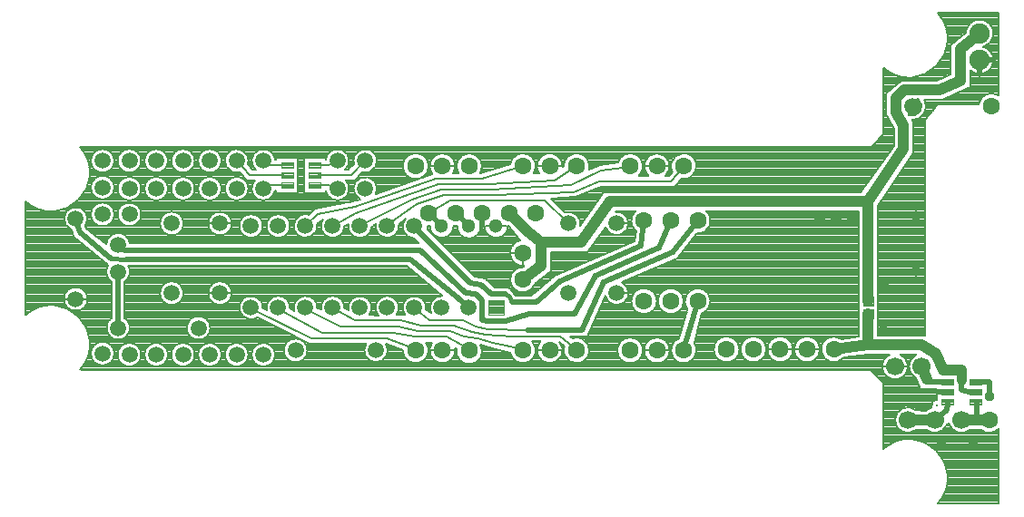
<source format=gbl>
G71*G90*G75*D02*
%ASAXBY*OFA0B0*MOMM*FSLAX43Y43*IPPOS*%
%ADD11C,0.100*%
%ADD12C,0.200*%
%ADD13C,0.300*%
%ADD14C,0.400*%
%ADD15C,0.500*%
%ADD18C,0.900*%
%ADD19C,0.950*%
%ADD20C,1.000*%
%ADD23C,1.300*%
%ADD25C,1.500*%
%ADD26C,1.600*%
%ADD27C,1.700*%
%ADD29C,1.900*%
G54D25*
G01X134250Y100250D03*
X138750D03*
Y93750D03*
X134250D03*
X104640Y100000D03*
X107180D03*
X109720D03*
X112260D03*
X114800D03*
X117340D03*
X119880D03*
G54D23*
X122420D03*
X127500D03*
X124960D03*
G54D25*
Y92380D03*
G54D26*
X130000Y95000D03*
Y97500D03*
G54D25*
X122420Y92380D03*
X119880D03*
X117340D03*
X114800D03*
X112260D03*
X109720D03*
X107180D03*
X104640D03*
X97250Y93750D03*
X101750D03*
X97250Y100250D03*
X101750D03*
X92250Y98251D03*
Y95751D03*
Y90501D03*
X99750D03*
G54D26*
X120000Y88400D03*
X122500D03*
X125000D03*
X130000D03*
X132500D03*
X135000D03*
X140000D03*
X142500D03*
X145000D03*
X120000Y105600D03*
X122500D03*
G54D12*
X121300D02*
X123700D01*
G54D26*
X125000D03*
X130000D03*
X132500D03*
X135000D03*
X140000D03*
X142500D03*
X145000D03*
X131200Y101200D03*
X128700D03*
X126200D03*
X123700D03*
X121200D03*
G54D15*
X123700D02*
X125000Y100000D01*
X121200Y101200D02*
X122500Y100000D01*
G54D26*
X143800Y100500D03*
X141300D03*
G54D29*
X172600Y118000D03*
Y115500D03*
G54D25*
X116300Y88400D03*
X108800D03*
G54D12*
X112500Y92250D02*
X114300Y91200D01*
X120000Y88500D02*
X117300Y89500D01*
X115200D01*
X110300D02*
X104750Y92250D01*
X115200Y89500D02*
X110300D01*
X111300Y90000D02*
X107250Y92250D01*
X117900Y90000D02*
X111300D01*
X109750Y92250D02*
X113000Y90600D01*
G54D20*
X131700Y96300D02*
X130000Y95000D01*
X130400Y99500D02*
X128700Y101200D01*
G54D11*
X126800Y93100D02*
X128200D01*
Y91700D01*
X126800D01*
Y93100D01*
Y93005D02*
X128200D01*
X126800Y92910D02*
X128200D01*
X126800Y92815D02*
X128200D01*
X126800Y92720D02*
X128200D01*
X126800Y92625D02*
X128200D01*
X126800Y92530D02*
X128200D01*
X126800Y92435D02*
X128200D01*
X126800Y92340D02*
X128200D01*
X126800Y92245D02*
X128200D01*
X126800Y92150D02*
X128200D01*
X126800Y92055D02*
X128200D01*
X126800Y91960D02*
X128200D01*
X126800Y91865D02*
X128200D01*
X126800Y91770D02*
X128200D01*
G54D15*
X172600Y114200D02*
Y115500D01*
X173900D01*
G54D12*
X121200Y105600D02*
G02X118800Y105600I-1200J0D01*
X121200Y105600I1200J0D01*
G01X98350Y100250D02*
G02X96150Y100250I-1100J0D01*
X98350Y100250I1100J0D01*
G01X108288Y100013D02*
G02X106088Y100013I-1100J0D01*
X108288Y100013I1100J0D01*
G01X105748D02*
G02X103548Y100013I-1100J0D01*
X105748Y100013I1100J0D01*
G01X102850Y100250D02*
G02X100650Y100250I-1100J0D01*
X102850Y100250I1100J0D01*
G01X143700Y105600D02*
X141300D01*
X133700D02*
X131300D01*
X100650Y100250D02*
X102850D01*
X143700Y88400D02*
X141300D01*
X130000Y96300D02*
Y97500D01*
X128800D01*
X126500Y100000D02*
X128500D01*
G54D15*
X126200Y101200D02*
Y100000D01*
G54D26*
X146300Y100500D03*
G54D20*
D03*
G54D25*
X90800Y106101D03*
G54D12*
X91900Y106100D02*
G02X89700Y106100I-1100J0D01*
X91900Y106100I1100J0D01*
G54D25*
G01X93300Y106101D03*
G54D12*
X94400Y106100D02*
G02X92200Y106100I-1100J0D01*
X94400Y106100I1100J0D01*
G54D25*
G01X95800Y106101D03*
G54D12*
X96900Y106100D02*
G02X94700Y106100I-1100J0D01*
X96900Y106100I1100J0D01*
G54D25*
G01X98300Y106101D03*
G54D12*
X99400Y106100D02*
G02X97200Y106100I-1100J0D01*
X99400Y106100I1100J0D01*
G54D25*
G01X100800Y106101D03*
G54D12*
X101900Y106100D02*
G02X99700Y106100I-1100J0D01*
X101900Y106100I1100J0D01*
G54D25*
G01X103300Y106101D03*
X90800Y103601D03*
G54D12*
X91900Y103600D02*
G02X89700Y103600I-1100J0D01*
X91900Y103600I1100J0D01*
G54D25*
G01X93300Y103501D03*
G54D12*
X94400Y103500D02*
G02X92200Y103500I-1100J0D01*
X94400Y103500I1100J0D01*
G54D25*
G01X95800Y103501D03*
G54D12*
X96900Y103500D02*
G02X94700Y103500I-1100J0D01*
X96900Y103500I1100J0D01*
G54D25*
G01X98300Y103501D03*
G54D12*
X99400Y103500D02*
G02X97200Y103500I-1100J0D01*
X99400Y103500I1100J0D01*
G54D25*
G01X100800Y103501D03*
G54D12*
X101900Y103500D02*
G02X99700Y103500I-1100J0D01*
X101900Y103500I1100J0D01*
G54D25*
G01X105800Y106101D03*
X90800Y101101D03*
G54D12*
X91900Y101100D02*
G02X89700Y101100I-1100J0D01*
X91900Y101100I1100J0D01*
G54D25*
G01X93300Y101101D03*
G54D12*
X94400Y101100D02*
G02X92200Y101100I-1100J0D01*
X94400Y101100I1100J0D01*
G54D25*
G01X88300Y100701D03*
G54D15*
X88700Y99400D01*
G54D25*
X88300Y93201D03*
G54D12*
X98350Y93750D02*
G02X96150Y93750I-1100J0D01*
X98350Y93750I1100J0D01*
G01X102850D02*
G02X100650Y93750I-1100J0D01*
X102850Y93750I1100J0D01*
G01X89400Y93200D02*
G02X87200Y93200I-1100J0D01*
X89400Y93200I1100J0D01*
G01X100850Y90500D02*
G02X98650Y90500I-1100J0D01*
X100850Y90500I1100J0D01*
G01X102850Y93750D02*
X100650D01*
X89400Y93200D02*
X87200D01*
G54D25*
X103300Y103501D03*
G54D12*
X157700Y88500D02*
G02X155300Y88500I-1200J0D01*
X157700Y88500I1200J0D01*
G01X104354Y105784D02*
G03X103616Y105046I-1054J316D01*
G01X104400Y103500D02*
G02X102200Y103500I-1100J0D01*
X104400Y103500I1100J0D01*
G54D20*
G01X172600Y118000D02*
X170800Y116500D01*
G54D27*
X165900Y81900D03*
X168400D03*
X170900D03*
G54D26*
X173500D03*
G54D25*
X166300Y111200D03*
G54D12*
X112300Y100000D02*
X114400Y101200D01*
G54D25*
X115300Y103501D03*
X112700D03*
X115300Y106101D03*
X112700D03*
X105800Y103501D03*
G54D11*
X107450Y105950D02*
X108550D01*
Y105450D01*
X107450D01*
Y105950D01*
Y105855D02*
X108550D01*
X107450Y105760D02*
X108550D01*
X107450Y105665D02*
X108550D01*
X107450Y105570D02*
X108550D01*
X107450Y105475D02*
X108550D01*
X107450Y105000D02*
X108550D01*
Y104500D01*
X107450D01*
Y105000D01*
Y104905D02*
X108550D01*
X107450Y104810D02*
X108550D01*
X107450Y104715D02*
X108550D01*
X107450Y104620D02*
X108550D01*
X107450Y104525D02*
X108550D01*
X110050Y105950D02*
X111150D01*
Y105450D01*
X110050D01*
Y105950D01*
Y105855D02*
X111150D01*
X110050Y105760D02*
X111150D01*
X110050Y105665D02*
X111150D01*
X110050Y105570D02*
X111150D01*
X110050Y105475D02*
X111150D01*
X110050Y105000D02*
X111150D01*
Y104500D01*
X110050D01*
Y105000D01*
Y104905D02*
X111150D01*
X110050Y104810D02*
X111150D01*
X110050Y104715D02*
X111150D01*
X110050Y104620D02*
X111150D01*
X110050Y104525D02*
X111150D01*
X110050Y104050D02*
X111150D01*
Y103550D01*
X110050D01*
Y104050D01*
Y103955D02*
X111150D01*
X110050Y103860D02*
X111150D01*
X110050Y103765D02*
X111150D01*
X110050Y103670D02*
X111150D01*
X110050Y103575D02*
X111150D01*
X107450Y104050D02*
X108550D01*
Y103550D01*
X107450D01*
Y104050D01*
Y103955D02*
X108550D01*
X107450Y103860D02*
X108550D01*
X107450Y103765D02*
X108550D01*
X107450Y103670D02*
X108550D01*
X107450Y103575D02*
X108550D01*
G54D12*
X109000Y103100D02*
Y106400D01*
X109600D02*
Y103100D01*
X132000Y102400D02*
X134250Y100250D01*
X121200Y101200D02*
X123200Y102400D01*
X132000D01*
X117250Y100000D02*
X120100Y102100D01*
X122600Y102900D01*
X114750Y100001D02*
X119700Y102500D01*
X122400Y103400D01*
X133000Y104300D02*
X135000Y105600D01*
X114400Y101200D02*
X122100Y103900D01*
X126200Y104400D02*
X130000Y105600D01*
X121900Y104400D02*
X126200D01*
X122100Y103900D02*
X126800D01*
X133000Y104300D01*
X122400Y103400D02*
X127000D01*
X122600Y102900D02*
X127200D01*
X137300Y105200D02*
X140000Y105500D01*
X127000Y103400D02*
X134500Y103800D01*
X137300Y105200D01*
X143800Y104200D02*
X145000Y105500D01*
X137100Y104200D03*
X143800D01*
X127200Y102900D02*
X134700Y103200D01*
X137100Y104200D01*
X114300Y101800D02*
X121900Y104400D01*
X109700Y100000D02*
X110900Y101100D01*
X114300Y101800D01*
G54D20*
X170800Y116500D02*
Y113600D01*
X168900Y112700D01*
X165600D01*
X164800Y112000D01*
Y110600D01*
X165500Y109400D01*
Y107200D02*
X162200Y102300D01*
X165500Y109400D02*
Y107200D01*
G54D26*
X173700Y111200D03*
X149000Y88500D03*
X151500D03*
X154000D03*
X156500D03*
G54D11*
X169050Y85750D02*
X170150D01*
Y85250D01*
X169050D01*
Y85750D01*
Y85655D02*
X170150D01*
X169050Y85560D02*
X170150D01*
X169050Y85465D02*
X170150D01*
X169050Y85370D02*
X170150D01*
X169050Y85275D02*
X170150D01*
X169050Y84800D02*
X170150D01*
Y84300D01*
X169050D01*
Y84800D01*
Y84705D02*
X170150D01*
X169050Y84610D02*
X170150D01*
X169050Y84515D02*
X170150D01*
X169050Y84420D02*
X170150D01*
X169050Y84325D02*
X170150D01*
X171650Y85750D02*
X172750D01*
Y85250D01*
X171650D01*
Y85750D01*
Y85655D02*
X172750D01*
X171650Y85560D02*
X172750D01*
X171650Y85465D02*
X172750D01*
X171650Y85370D02*
X172750D01*
X171650Y85275D02*
X172750D01*
X171650Y84800D02*
X172750D01*
Y84300D01*
X171650D01*
Y84800D01*
Y84705D02*
X172750D01*
X171650Y84610D02*
X172750D01*
X171650Y84515D02*
X172750D01*
X171650Y84420D02*
X172750D01*
X171650Y84325D02*
X172750D01*
X171650Y83850D02*
X172750D01*
Y83350D01*
X171650D01*
Y83850D01*
Y83755D02*
X172750D01*
X171650Y83660D02*
X172750D01*
X171650Y83565D02*
X172750D01*
X171650Y83470D02*
X172750D01*
X171650Y83375D02*
X172750D01*
X169050Y83850D02*
X170150D01*
Y83350D01*
X169050D01*
Y83850D01*
Y83755D02*
X170150D01*
X169050Y83660D02*
X170150D01*
X169050Y83565D02*
X170150D01*
X169050Y83470D02*
X170150D01*
X169050Y83375D02*
X170150D01*
G54D13*
X168600Y83300D03*
G54D12*
X139850Y100250D02*
X138700Y100200D01*
G54D20*
X138100Y102300D02*
X135400Y98500D01*
X131700D02*
X130400Y99500D01*
X131700Y98500D02*
Y96300D01*
X135400Y98500D02*
X131700D01*
G54D12*
X155200Y88500D02*
G02X152800Y88500I-1200J0D01*
X155200Y88500I1200J0D01*
G01X152700D02*
G02X150300Y88500I-1200J0D01*
X152700Y88500I1200J0D01*
G01X143700Y88400D02*
G02X141300Y88400I-1200J0D01*
X143700Y88400I1200J0D01*
G01X141200D02*
G02X138800Y88400I-1200J0D01*
X141200Y88400I1200J0D01*
G01X150200Y88500D02*
G02X147800Y88500I-1200J0D01*
X150200Y88500I1200J0D01*
G01X109900Y88400D02*
G02X107700Y88400I-1100J0D01*
X109900Y88400I1100J0D01*
G54D25*
G01X90800Y88101D03*
G54D12*
X91900Y88100D02*
G02X89700Y88100I-1100J0D01*
X91900Y88100I1100J0D01*
G54D25*
G01X93300Y88001D03*
G54D12*
X94400Y88000D02*
G02X92200Y88000I-1100J0D01*
X94400Y88000I1100J0D01*
G54D25*
G01X95800Y88001D03*
G54D12*
X96900Y88000D02*
G02X94700Y88000I-1100J0D01*
X96900Y88000I1100J0D01*
G54D25*
G01X98300Y88001D03*
G54D12*
X99400Y88000D02*
G02X97200Y88000I-1100J0D01*
X99400Y88000I1100J0D01*
G54D25*
G01X100800Y88001D03*
G54D12*
X101900Y88000D02*
G02X99700Y88000I-1100J0D01*
X101900Y88000I1100J0D01*
G54D25*
G01X103300Y88001D03*
G54D12*
X104400Y88000D02*
G02X102200Y88000I-1100J0D01*
X104400Y88000I1100J0D01*
G54D25*
G01X105800Y88001D03*
G54D12*
X106900Y88000D02*
G02X104700Y88000I-1100J0D01*
X106900Y88000I1100J0D01*
G01X129000Y89700D02*
X133500D01*
X135000Y88500D01*
G54D15*
X126800Y91100D02*
X128400D01*
X126800D02*
X126200Y91200D01*
Y93100D01*
X125600Y93700D02*
X124700Y93800D01*
X126200Y93100D02*
X125600Y93700D01*
G54D12*
Y90600D02*
X126700Y90400D01*
X124400Y91200D02*
X125600Y90600D01*
X127200Y89100D02*
X130000Y88500D01*
X126500Y89900D02*
X129000Y89700D01*
X125300Y90100D02*
X126500Y89900D01*
X124500Y89700D02*
X125800Y89500D01*
X127200Y89100D01*
X113000Y90600D02*
X118400D01*
X114300Y91200D02*
X118600D01*
X120000Y92250D02*
X121300Y91200D01*
X124400D01*
X118600D02*
X120500Y90700D01*
X123600D01*
X125300Y90100D01*
X118400Y90600D02*
X120200Y90200D01*
X123200D01*
X124500Y89700D01*
X119900D02*
X117900Y90000D01*
X122900Y89700D02*
X119900D01*
X122900D02*
X125000Y88500D01*
G54D15*
X92200Y98300D02*
X92800Y97700D01*
G54D12*
X121300Y88400D02*
X123700D01*
X131300D02*
X133700D01*
X106882Y103303D02*
G02X105022Y104278I-1082J197D01*
G01X103300Y106100D02*
X104500Y104800D01*
X107700D01*
X105800Y106100D02*
X106500Y105700D01*
X107700D01*
X105800Y103501D02*
X106500Y103800D01*
X107700D01*
X115300Y106100D02*
X114000Y104800D01*
X110900D01*
Y105700D02*
X111900D01*
X112700Y106100D01*
X110900Y103800D02*
X111900D01*
X112700Y103501D01*
X106895Y106200D02*
G03X105076Y105272I-1095J-100D01*
G01X111618Y103303D02*
G03X113478Y104278I1082J197D01*
G01X114984Y105046D02*
G03X114239Y105811I316J1054D01*
G01X113424Y105272D02*
G03X111605Y106209I-724J828D01*
G01X109000Y106400D02*
X107000D01*
X106895Y106200D02*
X107000D01*
Y106400D01*
X106882Y103303D02*
X107000Y103300D01*
Y103100D01*
X109000D01*
X104300Y104300D02*
X103616Y105046D01*
X105022Y104278D02*
X104300Y104300D01*
X104354Y105784D02*
X104800Y105300D01*
X105076Y105272D01*
X111605Y106209D02*
X111600Y106400D01*
X113424Y105272D02*
X113700Y105300D01*
X114239Y105811D01*
X114984Y105046D02*
X114300Y104300D01*
X113478Y104278D01*
X111618Y103303D02*
X111600Y103100D01*
X109600D01*
X111600Y106400D02*
X109600D01*
X152800Y88500D02*
X155200D01*
X126700Y90400D02*
X130400Y90300D01*
G54D15*
X124900Y92401D02*
X123900Y93300D01*
X119500Y96901D01*
G54D14*
X91600Y97000D02*
X93000Y96900D01*
G54D15*
X88700Y99400D02*
X91600Y97000D01*
X120000Y99750D02*
X125100Y94700D01*
X126100Y94500D01*
X120400Y97700D02*
X124700Y93800D01*
G54D20*
X165900Y81900D02*
X168400D01*
X170900D02*
X173500D01*
G54D15*
X172300D02*
Y83400D01*
X169600D02*
X169500Y82800D01*
G54D20*
X166700Y101000D03*
Y95800D03*
G54D15*
X126100Y94500D02*
X127000Y93700D01*
X131300Y92900D02*
X133500Y94900D01*
X127000Y93700D02*
X128400D01*
G54D14*
X128700Y93400D01*
X129000Y92900D01*
G54D15*
X131300D01*
X119500Y96900D02*
X93000D01*
X92800Y97700D02*
X120400D01*
G54D26*
X141300Y93000D03*
G54D12*
X142500D02*
G02X140100Y93000I-1200J0D01*
X142500Y93000I1200J0D01*
G54D26*
G01X143800D03*
G54D12*
X145000D02*
G02X142600Y93000I-1200J0D01*
X145000Y93000I1200J0D01*
G54D26*
G01X146300D03*
X159000Y88500D03*
G54D12*
X155300D02*
X157700D01*
G54D20*
X159000D02*
X162200Y88900D01*
X167200D01*
G54D27*
Y86900D03*
X164700D03*
G54D15*
X133500Y94900D02*
X141000Y98200D01*
X141300Y100500D01*
X143800D02*
X142700Y98000D01*
X136800Y95400D02*
X142700Y98000D01*
X130400Y90300D02*
X135500D01*
X137500Y94800D01*
X144000Y97600D01*
X146300Y100500D01*
G54D12*
X129194Y93642D02*
X130964D01*
X129051Y93832D02*
X129725D01*
X130275D02*
X131184D01*
X128908Y94022D02*
X129305D01*
X130695D02*
X131404D01*
X128766Y94212D02*
X129095D01*
X130905D02*
X131624D01*
X127285Y94402D02*
X128960D01*
X131040D02*
X131844D01*
X127072Y94592D02*
X128871D01*
X131129D02*
X132064D01*
X126858Y94782D02*
X128820D01*
X131357D02*
X132284D01*
X126644Y94972D02*
X128800D01*
X131589D02*
X132504D01*
X126190Y95162D02*
X128811D01*
X131821D02*
X132724D01*
X125448Y95352D02*
X128853D01*
X132053D02*
X132944D01*
X125258Y95542D02*
X128929D01*
X132285D02*
X133328D01*
X125068Y95732D02*
X129049D01*
X132517D02*
X133768D01*
X124878Y95922D02*
X129232D01*
X132600D02*
X134207D01*
X124688Y96112D02*
X129549D01*
X132600D02*
X134646D01*
X124498Y96302D02*
X129931D01*
X130069D02*
X130100D01*
X132600D02*
X135086D01*
X124308Y96492D02*
X129349D01*
X132600D02*
X135525D01*
X124118Y96682D02*
X129122D01*
X132600D02*
X135965D01*
X123928Y96872D02*
X128977D01*
X132600D02*
X136404D01*
X123738Y97062D02*
X128883D01*
X132600D02*
X136843D01*
X123548Y97252D02*
X128826D01*
X132600D02*
X137283D01*
X123358Y97442D02*
X128801D01*
X132600D02*
X137722D01*
X123168Y97632D02*
X128807D01*
X136025D02*
X138162D01*
X122978Y97822D02*
X128844D01*
X136170D02*
X138601D01*
X122788Y98012D02*
X128915D01*
X136316D02*
X139040D01*
X122598Y98202D02*
X129027D01*
X136462D02*
X139480D01*
X122408Y98392D02*
X129197D01*
X136608D02*
X139919D01*
X122218Y98582D02*
X129481D01*
X136753D02*
X140358D01*
X122028Y98772D02*
X129704D01*
X136899D02*
X140427D01*
X121838Y98962D02*
X122103D01*
X122753D02*
X124482D01*
X125454D02*
X127183D01*
X127833D02*
X129534D01*
X137045D02*
X140457D01*
X121648Y99152D02*
X121743D01*
X123113D02*
X124210D01*
X125726D02*
X126823D01*
X128193D02*
X129364D01*
X137191D02*
X138684D01*
X138816D02*
X140486D01*
X121458Y99342D02*
X121556D01*
X123300D02*
X124051D01*
X125885D02*
X126636D01*
X128380D02*
X129194D01*
X137337D02*
X138129D01*
X139371D02*
X140516D01*
X121268Y99532D02*
X121439D01*
X123417D02*
X123950D01*
X125986D02*
X126519D01*
X128497D02*
X129024D01*
X137482D02*
X137917D01*
X139583D02*
X140546D01*
X121100Y99722D02*
X121367D01*
X123489D02*
X123892D01*
X126044D02*
X126447D01*
X128569D02*
X128854D01*
X137628D02*
X137785D01*
X139715D02*
X140386D01*
X121100Y99912D02*
X121333D01*
X123523D02*
X123869D01*
X126067D02*
X126413D01*
X128603D02*
X128684D01*
X139797D02*
X140254D01*
X139840Y100102D02*
X140168D01*
X139849Y100292D02*
X140118D01*
X139825Y100482D02*
X140100D01*
X139766Y100672D02*
X140112D01*
X139664Y100862D02*
X140156D01*
X139503Y101052D02*
X140234D01*
X139225Y101242D02*
X140357D01*
X133000Y95400D02*
X140400Y98600D01*
X130800Y93500D02*
X133000Y95400D01*
X129300Y93500D02*
X130800D01*
X128700Y94300D02*
X129300Y93500D01*
X127400Y94300D02*
X128700D01*
X126500Y95100D02*
X127400Y94300D01*
X125500Y95300D02*
X126500Y95100D01*
X121100Y99700D02*
X125500Y95300D01*
X121100Y100000D02*
Y99700D01*
X121328Y99998D02*
X121100Y100000D01*
X121328Y99998D02*
G03X123528Y99998I1100J15D01*
G01X123869Y100001D02*
X123528Y99998D01*
X123869Y100001D02*
G03X126067Y99999I1099J-52D01*
G01X126408Y99997D01*
G03X128608Y99997I1100J16D01*
G01X129785Y98681D01*
G03X130100Y96304I215J-1181D01*
G01X130092Y96196D01*
G03X131130Y94596I-92J-1196D01*
G01X132600Y95800D02*
X131130Y94596D01*
X132600Y97600D02*
Y95800D01*
X136000Y97600D02*
X132600D01*
X137726Y99849D02*
X136000Y97600D01*
X137726Y99849D02*
G03X138608Y101341I1024J401D01*
G01X138700Y101400D01*
X140503Y101397D01*
G03X140550Y99563I797J-897D01*
G01X140400Y98600D02*
X140550Y99563D01*
X165900Y86900D02*
X163500D01*
X138750Y93750D02*
X139850D01*
G54D20*
X169000Y80000D03*
X172000D03*
X157700Y100700D03*
X159200D03*
X160700D03*
X162200Y102300D02*
X138100D01*
X167200Y86900D02*
X167700Y85700D01*
G54D15*
X169700Y84500D02*
X168700D01*
G54D20*
X169200Y86600D02*
X170900D01*
X167200Y88900D02*
X168500Y88100D01*
X169200Y86600D01*
X163600Y94500D03*
G54D13*
X166019Y110451D02*
G03X166812Y111815I281J749D01*
G54D20*
G01X163600Y90200D03*
G54D12*
X146710Y91872D02*
G03X145363Y92250I-410J1128D01*
G01X144538Y89508D02*
G03X145983Y89088I462J-1108D01*
G01X146710Y91872D02*
X145983Y89088D01*
X144538Y89508D02*
X145363Y92250D01*
G54D15*
X146300Y93000D02*
X145000Y88500D01*
X92250Y95751D02*
Y90501D01*
G54D12*
X93202Y96301D02*
X119200Y96300D01*
X93202Y96301D02*
G02X92871Y94842I-952J-551D01*
G01X92873Y91406D02*
X92871Y94842D01*
X92873Y91406D02*
G02X91627Y91406I-623J-906D01*
G01X91629Y94842D02*
X91627Y91406D01*
X91629Y94842D02*
G02X91326Y96348I621J908D01*
G01X88100Y99000D02*
X91326Y96348D01*
X87924Y99666D02*
X88100Y99000D01*
X87924Y99666D02*
G02X89157Y100011I376J1034D01*
G01X89300Y99800D01*
X91151Y98302D01*
G02X93337Y98422I1099J-52D01*
G01X93600Y98400D01*
X95700D01*
X102500D01*
X103500D01*
X120300D01*
X119824Y98852D01*
G02X119077Y100693I64J1098D01*
G01X118443Y100113D01*
G02X116269Y100226I-1095J-100D01*
G01X116000Y100000D01*
X115891Y99820D01*
G02X113723Y100196I-1083J193D01*
G01X113368Y100013D02*
X113723Y100196D01*
X113368Y100013D02*
G02X111357Y100629I-1100J0D01*
G01X110812Y100202D02*
X111357Y100629D01*
X110812Y100202D02*
G02X110020Y101073I-1084J-189D01*
G01X110600Y101600D02*
X110020Y101073D01*
X114100Y102300D02*
X110600Y101600D01*
X114808Y102516D02*
X114100Y102300D01*
X114808Y102516D02*
G02X116284Y103008I492J984D01*
G01X121563Y104850D01*
G02X123498Y104934I937J750D01*
G01X124017Y104912D01*
G02X125998Y104934I983J688D01*
G01X128816Y105797D01*
G02X130983Y104912I1184J-197D01*
G01X131517D01*
G02X133696Y105500I983J688D01*
G01X133800Y105600D01*
G02X136158Y105284I1200J0D01*
G01X137200Y105700D01*
X138842Y105916D01*
G02X140797Y104703I1158J-316D01*
G01X141703D01*
G02X143297Y104703I797J897D01*
G01X143600Y104700D01*
X143947Y105025D01*
G02X144803Y104416I1053J575D01*
G01X144100Y103700D02*
X144803Y104416D01*
X137300Y103700D02*
X144100D01*
X134900Y102700D02*
X137300Y103700D01*
X132600Y102600D02*
X134900Y102700D01*
X133902Y101294D02*
X132600Y102600D01*
X133902Y101294D02*
G02X135320Y99995I348J-1044D01*
G01X137500Y103200D01*
X161500D02*
X137500D01*
X164600Y107500D02*
X161500Y103200D01*
X164600Y109100D02*
Y107500D01*
X163900Y110400D02*
X164600Y109100D01*
X163900Y112400D02*
Y110400D01*
X165300Y113600D02*
X163900Y112400D01*
X168600Y113600D02*
X165300D01*
X169900Y114200D02*
X168600Y113600D01*
X169900Y116900D02*
Y114200D01*
X171300Y118100D02*
X169900Y116900D01*
X171357Y118382D02*
X171300Y118100D01*
X171357Y118382D02*
G02X172942Y116746I1243J-382D01*
G01X172982Y116743D02*
X172942Y116746D01*
X172982Y116743D02*
G02X171730Y114534I-382J-1243D01*
G01X171700Y114600D02*
X171730Y114534D01*
X171700Y114600D02*
Y113000D01*
X169100Y111800D01*
X167500D01*
X167463Y111781D01*
G02X166300Y109900I-1163J-581D01*
G01X166400Y109600D02*
X166300Y109900D01*
X166400Y106800D02*
Y109600D01*
X163100Y101900D02*
X166400Y106800D01*
X163100Y89800D02*
Y101900D01*
Y89800D02*
X167500D01*
Y109900D01*
X168700Y111400D01*
X172500D01*
X172542Y111516D01*
G02X174388Y112183I1158J-316D01*
G01X174400Y112200D02*
X174388Y112183D01*
X174400Y112200D02*
Y119800D01*
Y119900D01*
X168700D01*
X168757Y119815D01*
G02X163666Y114760I-2757J-2315D01*
G01X163600Y114700D01*
Y108600D01*
X162500Y107400D01*
X88800D01*
X88696Y107385D02*
X88800Y107400D01*
X88696Y107385D02*
G02X83608Y102309I-2696J-2385D01*
G01Y91691D01*
G02X88696Y86615I2392J-2691D01*
G01X88900Y86600D01*
X162400D01*
X163600Y85400D02*
X162400Y86600D01*
X163608Y79191D02*
X163600Y85400D01*
X163608Y79191D02*
G02X168691Y74108I2392J-2691D01*
G01X168900Y74100D01*
X174400D01*
Y81100D01*
X174403Y81110D01*
G02X172703Y81003I-903J790D01*
G01X171697D02*
X172703D01*
X171697D02*
G02X169742Y81584I-797J897D01*
G01X169492Y81403D02*
X169742Y81584D01*
X169492Y81403D02*
G02X167610Y80997I-1092J497D01*
G01X166703Y81008D02*
X167610Y80997D01*
X166703Y81008D02*
G02X166690Y82803I-803J892D01*
G01X167603Y82797D02*
X166690Y82803D01*
X167603Y82797D02*
G02X168084Y83058I797J-897D01*
G01X168136Y83114D02*
X168084Y83058D01*
X168136Y83114D02*
G02X168600Y83800I464J186D01*
G01Y84800D02*
Y83800D01*
X167100Y84800D02*
X168600D01*
X166663Y85827D02*
X167100Y84800D01*
X166663Y85827D02*
G02X166703Y87992I537J1073D01*
G01X165197D02*
X166703D01*
X165197D02*
G02X164203Y87992I-497J-1092D01*
G01X162200Y88000D02*
X164203Y87992D01*
X159937Y87750D02*
X162200Y88000D01*
X159937Y87750D02*
G02X159688Y89483I-937J750D01*
G01X161300Y89700D01*
Y101400D01*
X147200D02*
X161300D01*
X147103Y101392D02*
X147200Y101400D01*
X147103Y101392D02*
G02X146200Y99304I-803J-892D01*
G01X144400Y97000D02*
X146200Y99304D01*
X139221Y94744D02*
X144400Y97000D01*
X139221Y94744D02*
G02X137680Y93495I-471J-994D01*
G01X136000Y89700D02*
X137680Y93495D01*
X134400Y89700D02*
X136000D01*
X134621Y89538D02*
X134400Y89700D01*
X134621Y89538D02*
G02X133862Y88779I379J-1138D01*
G01X133397Y89197D02*
X133862Y88779D01*
X133397Y89197D02*
G02X131651Y89249I-897J-797D01*
G01X130849D02*
X131651D01*
X130849D02*
G02X128816Y88203I-849J-849D01*
G01X127100Y88600D02*
X128816Y88203D01*
X126029Y88917D02*
X127100Y88600D01*
X126029Y88917D02*
G02X123831Y88570I-1029J-617D01*
G01X123681Y88615D02*
X123831Y88570D01*
X123681Y88615D02*
G02X121517Y89088I-1181J-215D01*
G01X120983D02*
X121517D01*
X120983D02*
G02X118800Y88400I-983J-688D01*
G01X117215Y89010D01*
G02X115385Y89010I-915J-610D01*
G01X110100Y89000D01*
X105252Y91473D01*
G02X105744Y92304I-604J920D01*
G01X106120Y92130D01*
G02X108284Y92301I1068J263D01*
G01X108680Y92058D01*
G02X110824Y92298I1048J335D01*
G01X111186Y92197D01*
G02X113364Y92303I1082J196D01*
G01X113739Y92134D01*
G02X115677Y91718I1069J259D01*
G01X116504Y91687D01*
G02X118201Y91699I844J706D01*
G01X119030Y91704D01*
G02X120974Y92220I858J689D01*
G01X121457Y91877D01*
G02X122506Y93490I971J516D01*
G01X119200Y96300D02*
X122506Y93490D01*
X157700Y88500D02*
G02X155300Y88500I-1200J0D01*
X157700Y88500I1200J0D01*
G01X155200D02*
G02X152800Y88500I-1200J0D01*
X155200Y88500I1200J0D01*
G01X152700D02*
G02X150300Y88500I-1200J0D01*
X152700Y88500I1200J0D01*
G01X150200D02*
G02X147800Y88500I-1200J0D01*
X150200Y88500I1200J0D01*
G01X146710Y91872D02*
G03X145363Y92250I-410J1128D01*
G01X146710Y91872D02*
X145983Y89088D01*
G02X144538Y89508I-983J-688D01*
G01X145363Y92250D01*
X145000Y93000D02*
G02X142600Y93000I-1200J0D01*
X145000Y93000I1200J0D01*
G01X142500D02*
G02X140100Y93000I-1200J0D01*
X142500Y93000I1200J0D01*
G01X143700Y88400D02*
G02X141300Y88400I-1200J0D01*
X143700Y88400I1200J0D01*
G01X141200D02*
G02X138800Y88400I-1200J0D01*
X141200Y88400I1200J0D01*
G01X114984Y105046D02*
G03X114239Y105811I316J1054D01*
G01X114984Y105046D02*
X114300Y104300D01*
X113478Y104278D01*
G02X111618Y103303I-778J-778D01*
G01X111600Y103100D01*
X109600D01*
Y106400D02*
Y103100D01*
X111600Y106400D02*
X109600D01*
X111605Y106209D02*
X111600Y106400D01*
X111605Y106209D02*
G02X113424Y105272I1095J-109D01*
G01X113700Y105300D01*
X114239Y105811D01*
X106882Y103303D02*
G02X105022Y104278I-1082J197D01*
G01X104300Y104300D01*
X103616Y105046D01*
G02X104354Y105784I-316J1054D01*
G01X104800Y105300D01*
X105076Y105272D01*
G02X106895Y106200I724J828D01*
G01X107000D01*
Y106400D01*
X109000D02*
X107000D01*
X109000Y103100D02*
Y106400D01*
X107000Y103100D02*
X109000D01*
X107000Y103300D02*
Y103100D01*
X106882Y103303D02*
X107000Y103300D01*
X108288Y100013D02*
G02X106088Y100013I-1100J0D01*
X108288Y100013I1100J0D01*
G01X105748D02*
G02X103548Y100013I-1100J0D01*
X105748Y100013I1100J0D01*
G01X102850Y100250D02*
G02X100650Y100250I-1100J0D01*
X102850Y100250I1100J0D01*
G01X98350D02*
G02X96150Y100250I-1100J0D01*
X98350Y100250I1100J0D01*
G01X102850Y93750D02*
G02X100650Y93750I-1100J0D01*
X102850Y93750I1100J0D01*
G01X98350D02*
G02X96150Y93750I-1100J0D01*
X98350Y93750I1100J0D01*
G01X109900Y88400D02*
G02X107700Y88400I-1100J0D01*
X109900Y88400I1100J0D01*
G01X100850Y90500D02*
G02X98650Y90500I-1100J0D01*
X100850Y90500I1100J0D01*
G01X89400Y93200D02*
G02X87200Y93200I-1100J0D01*
X89400Y93200I1100J0D01*
G01X121200Y105600D02*
G02X118800Y105600I-1200J0D01*
X121200Y105600I1200J0D01*
G01X106900Y88000D02*
G02X104700Y88000I-1100J0D01*
X106900Y88000I1100J0D01*
G01X104400D02*
G02X102200Y88000I-1100J0D01*
X104400Y88000I1100J0D01*
G01X101900D02*
G02X99700Y88000I-1100J0D01*
X101900Y88000I1100J0D01*
G01X99400D02*
G02X97200Y88000I-1100J0D01*
X99400Y88000I1100J0D01*
G01X96900D02*
G02X94700Y88000I-1100J0D01*
X96900Y88000I1100J0D01*
G01X94400D02*
G02X92200Y88000I-1100J0D01*
X94400Y88000I1100J0D01*
G01X91900Y88100D02*
G02X89700Y88100I-1100J0D01*
X91900Y88100I1100J0D01*
G01X94400Y101100D02*
G02X92200Y101100I-1100J0D01*
X94400Y101100I1100J0D01*
G01X91900D02*
G02X89700Y101100I-1100J0D01*
X91900Y101100I1100J0D01*
G01Y103600D02*
G02X89700Y103600I-1100J0D01*
X91900Y103600I1100J0D01*
G01X94400Y103500D02*
G02X92200Y103500I-1100J0D01*
X94400Y103500I1100J0D01*
G01X91900Y106100D02*
G02X89700Y106100I-1100J0D01*
X91900Y106100I1100J0D01*
G01X94400D02*
G02X92200Y106100I-1100J0D01*
X94400Y106100I1100J0D01*
G01X96900D02*
G02X94700Y106100I-1100J0D01*
X96900Y106100I1100J0D01*
G01X99400D02*
G02X97200Y106100I-1100J0D01*
X99400Y106100I1100J0D01*
G01X96900Y103500D02*
G02X94700Y103500I-1100J0D01*
X96900Y103500I1100J0D01*
G01X99400D02*
G02X97200Y103500I-1100J0D01*
X99400Y103500I1100J0D01*
G01X101900Y106100D02*
G02X99700Y106100I-1100J0D01*
X101900Y106100I1100J0D01*
G01Y103500D02*
G02X99700Y103500I-1100J0D01*
X101900Y103500I1100J0D01*
G01X104400D02*
G02X102200Y103500I-1100J0D01*
X104400Y103500I1100J0D01*
G01X168727Y74150D02*
X174400D01*
X168880Y74340D02*
X174400D01*
X169013Y74530D02*
X174400D01*
X169129Y74720D02*
X174400D01*
X169230Y74910D02*
X174400D01*
X169317Y75100D02*
X174400D01*
X169391Y75290D02*
X174400D01*
X169453Y75480D02*
X174400D01*
X169503Y75670D02*
X174400D01*
X169543Y75860D02*
X174400D01*
X169572Y76050D02*
X174400D01*
X169591Y76240D02*
X174400D01*
X169599Y76430D02*
X174400D01*
X169598Y76620D02*
X174400D01*
X169587Y76810D02*
X174400D01*
X169565Y77000D02*
X174400D01*
X169533Y77190D02*
X174400D01*
X169491Y77380D02*
X174400D01*
X169437Y77570D02*
X174400D01*
X169372Y77760D02*
X174400D01*
X169295Y77950D02*
X174400D01*
X169205Y78140D02*
X174400D01*
X169100Y78330D02*
X174400D01*
X168980Y78520D02*
X174400D01*
X168842Y78710D02*
X174400D01*
X168683Y78900D02*
X174400D01*
X168500Y79090D02*
X174400D01*
X163608Y79280D02*
X163713D01*
X168287D02*
X174400D01*
X163608Y79470D02*
X163966D01*
X168034D02*
X174400D01*
X163608Y79660D02*
X164276D01*
X167724D02*
X174400D01*
X163607Y79850D02*
X164683D01*
X167317D02*
X174400D01*
X163607Y80040D02*
X165347D01*
X166653D02*
X174400D01*
X163607Y80230D02*
X174400D01*
X163607Y80420D02*
X174400D01*
X163606Y80610D02*
X174400D01*
X163606Y80800D02*
X165420D01*
X166380D02*
X167920D01*
X168880D02*
X170420D01*
X171380D02*
X173020D01*
X173980D02*
X174400D01*
X163606Y80990D02*
X165117D01*
X166683D02*
X167617D01*
X169183D02*
X170117D01*
X171683D02*
X172717D01*
X174283D02*
X174400D01*
X163606Y81180D02*
X164940D01*
X169360D02*
X169940D01*
X163605Y81370D02*
X164823D01*
X169477D02*
X169823D01*
X163605Y81560D02*
X164749D01*
X169709D02*
X169749D01*
X163605Y81750D02*
X164709D01*
X163605Y81940D02*
X164701D01*
X163604Y82130D02*
X164722D01*
X163604Y82320D02*
X164776D01*
X163604Y82510D02*
X164867D01*
X163604Y82700D02*
X165006D01*
X163603Y82890D02*
X165222D01*
X166578D02*
X167722D01*
X163603Y83080D02*
X165683D01*
X166117D02*
X168105D01*
X163603Y83270D02*
X168101D01*
X163603Y83460D02*
X168126D01*
X163602Y83650D02*
X168243D01*
X163602Y83840D02*
X168600D01*
X163602Y84030D02*
X168600D01*
X163602Y84220D02*
X168600D01*
X163601Y84410D02*
X168600D01*
X163601Y84600D02*
X168600D01*
X163601Y84790D02*
X168600D01*
X163601Y84980D02*
X167023D01*
X163600Y85170D02*
X166943D01*
X163600Y85360D02*
X166862D01*
X163450Y85550D02*
X166781D01*
X163260Y85740D02*
X164392D01*
X165008D02*
X166700D01*
X163070Y85930D02*
X163993D01*
X165407D02*
X166493D01*
X162880Y86120D02*
X163788D01*
X165612D02*
X166288D01*
X162690Y86310D02*
X163655D01*
X165745D02*
X166155D01*
X162500Y86500D02*
X163569D01*
X165831D02*
X166069D01*
X88761Y86690D02*
X163518D01*
X165882D02*
X166018D01*
X88910Y86880D02*
X163500D01*
X165900D02*
X166000D01*
X89039Y87070D02*
X90413D01*
X91187D02*
X92712D01*
X93888D02*
X95212D01*
X96388D02*
X97712D01*
X98888D02*
X100212D01*
X101388D02*
X102712D01*
X103888D02*
X105212D01*
X106388D02*
X163512D01*
X165888D02*
X166012D01*
X89152Y87260D02*
X90089D01*
X91511D02*
X92486D01*
X94114D02*
X94986D01*
X96614D02*
X97486D01*
X99114D02*
X99986D01*
X101614D02*
X102486D01*
X104114D02*
X104986D01*
X106614D02*
X119624D01*
X120376D02*
X122124D01*
X122876D02*
X124401D01*
X125599D02*
X129624D01*
X130376D02*
X132124D01*
X132876D02*
X134624D01*
X135376D02*
X139624D01*
X140376D02*
X142124D01*
X142876D02*
X144624D01*
X145376D02*
X163555D01*
X165845D02*
X166055D01*
X89249Y87450D02*
X89912D01*
X91688D02*
X92347D01*
X94253D02*
X94847D01*
X96753D02*
X97347D01*
X99253D02*
X99847D01*
X101753D02*
X102347D01*
X104253D02*
X104847D01*
X106753D02*
X108245D01*
X109355D02*
X115745D01*
X116855D02*
X119266D01*
X120734D02*
X121766D01*
X123234D02*
X124153D01*
X125847D02*
X129266D01*
X130734D02*
X131766D01*
X133234D02*
X134266D01*
X135734D02*
X139266D01*
X140734D02*
X141766D01*
X143234D02*
X144266D01*
X145734D02*
X148419D01*
X149581D02*
X150919D01*
X152081D02*
X153419D01*
X154581D02*
X155919D01*
X157081D02*
X158419D01*
X159581D02*
X163634D01*
X165766D02*
X166134D01*
X89333Y87640D02*
X89801D01*
X91799D02*
X92260D01*
X94340D02*
X94760D01*
X96840D02*
X97260D01*
X99340D02*
X99760D01*
X101840D02*
X102260D01*
X104340D02*
X104760D01*
X106840D02*
X108004D01*
X109596D02*
X115504D01*
X117096D02*
X119071D01*
X120929D02*
X121571D01*
X123429D02*
X123998D01*
X126002D02*
X129071D01*
X130929D02*
X131571D01*
X133429D02*
X134071D01*
X135929D02*
X139071D01*
X140929D02*
X141571D01*
X143429D02*
X144071D01*
X145929D02*
X148163D01*
X149837D02*
X150663D01*
X152337D02*
X153163D01*
X154837D02*
X155663D01*
X157337D02*
X158163D01*
X159837D02*
X163756D01*
X165644D02*
X166256D01*
X89405Y87830D02*
X89734D01*
X91866D02*
X92213D01*
X94387D02*
X94713D01*
X96887D02*
X97213D01*
X99387D02*
X99713D01*
X101887D02*
X102213D01*
X104387D02*
X104713D01*
X106887D02*
X107859D01*
X109741D02*
X115359D01*
X117241D02*
X118944D01*
X121056D02*
X121444D01*
X123556D02*
X123896D01*
X126104D02*
X128944D01*
X131056D02*
X131444D01*
X133556D02*
X133944D01*
X136056D02*
X138944D01*
X141056D02*
X141444D01*
X143556D02*
X143944D01*
X146056D02*
X148004D01*
X149996D02*
X150504D01*
X152496D02*
X153004D01*
X154996D02*
X155504D01*
X157496D02*
X158004D01*
X160662D02*
X163942D01*
X165458D02*
X166442D01*
X89464Y88020D02*
X89703D01*
X91897D02*
X92200D01*
X94400D02*
X94700D01*
X96900D02*
X97200D01*
X99400D02*
X99700D01*
X101900D02*
X102200D01*
X104400D02*
X104700D01*
X106900D02*
X107768D01*
X109832D02*
X115268D01*
X117332D02*
X118862D01*
X121138D02*
X121362D01*
X123638D02*
X123833D01*
X126167D02*
X128862D01*
X131138D02*
X131362D01*
X133638D02*
X133862D01*
X136138D02*
X138862D01*
X141138D02*
X141362D01*
X143638D02*
X143862D01*
X146138D02*
X147900D01*
X150100D02*
X150400D01*
X152600D02*
X152900D01*
X155100D02*
X155400D01*
X157600D02*
X157900D01*
X89512Y88210D02*
X89706D01*
X91894D02*
X92220D01*
X94380D02*
X94720D01*
X96880D02*
X97220D01*
X99380D02*
X99720D01*
X101880D02*
X102220D01*
X104380D02*
X104720D01*
X106880D02*
X107716D01*
X109884D02*
X115216D01*
X117384D02*
X118815D01*
X121185D02*
X121315D01*
X123685D02*
X123803D01*
X126197D02*
X128784D01*
X131185D02*
X131315D01*
X133685D02*
X133815D01*
X136185D02*
X138815D01*
X141185D02*
X141315D01*
X143685D02*
X143815D01*
X146185D02*
X147835D01*
X150165D02*
X150335D01*
X152665D02*
X152835D01*
X155165D02*
X155335D01*
X157665D02*
X157835D01*
X89550Y88400D02*
X89742D01*
X91858D02*
X92275D01*
X94325D02*
X94775D01*
X96825D02*
X97275D01*
X99325D02*
X99775D01*
X101825D02*
X102275D01*
X104325D02*
X104775D01*
X106825D02*
X107700D01*
X109900D02*
X115200D01*
X117400D02*
X118799D01*
X121200D02*
X121300D01*
X123700D02*
X123804D01*
X126196D02*
X127963D01*
X131200D02*
X131300D01*
X133700D02*
X133800D01*
X136200D02*
X138800D01*
X141200D02*
X141300D01*
X143700D02*
X143800D01*
X146200D02*
X147804D01*
X150196D02*
X150304D01*
X152696D02*
X152804D01*
X155196D02*
X155304D01*
X157696D02*
X157804D01*
X89577Y88590D02*
X89815D01*
X91785D02*
X92372D01*
X94228D02*
X94872D01*
X96728D02*
X97372D01*
X99228D02*
X99872D01*
X101728D02*
X102372D01*
X104228D02*
X104872D01*
X106728D02*
X107717D01*
X109883D02*
X115217D01*
X117383D02*
X118306D01*
X121185D02*
X121315D01*
X123685D02*
X123762D01*
X126164D02*
X127142D01*
X131185D02*
X131315D01*
X133685D02*
X133815D01*
X136185D02*
X138815D01*
X141185D02*
X141315D01*
X143685D02*
X143815D01*
X146185D02*
X147803D01*
X150197D02*
X150303D01*
X152697D02*
X152803D01*
X155197D02*
X155303D01*
X157697D02*
X157803D01*
X89593Y88780D02*
X89936D01*
X91664D02*
X92525D01*
X94075D02*
X95025D01*
X96575D02*
X97525D01*
X99075D02*
X100025D01*
X101575D02*
X102525D01*
X104075D02*
X105025D01*
X106575D02*
X107768D01*
X109832D02*
X115268D01*
X117332D02*
X117812D01*
X121138D02*
X121362D01*
X126100D02*
X126492D01*
X131138D02*
X131362D01*
X133638D02*
X133861D01*
X136138D02*
X138862D01*
X141138D02*
X141362D01*
X143638D02*
X143862D01*
X146138D02*
X147833D01*
X150167D02*
X150333D01*
X152667D02*
X152833D01*
X155167D02*
X155333D01*
X157667D02*
X157833D01*
X89600Y88970D02*
X90127D01*
X91473D02*
X92782D01*
X93818D02*
X95282D01*
X96318D02*
X97782D01*
X98818D02*
X100282D01*
X101318D02*
X102782D01*
X103818D02*
X105282D01*
X106318D02*
X107859D01*
X109741D02*
X115359D01*
X117241D02*
X117319D01*
X121056D02*
X121444D01*
X131056D02*
X131444D01*
X133556D02*
X133649D01*
X136056D02*
X138944D01*
X141056D02*
X141444D01*
X143556D02*
X143944D01*
X146056D02*
X147896D01*
X150104D02*
X150396D01*
X152604D02*
X152896D01*
X155104D02*
X155396D01*
X157604D02*
X157896D01*
X89596Y89160D02*
X90507D01*
X91093D02*
X108005D01*
X109595D02*
X109786D01*
X130928D02*
X131572D01*
X133428D02*
X133438D01*
X135928D02*
X139072D01*
X140928D02*
X141572D01*
X143428D02*
X144072D01*
X146002D02*
X147998D01*
X150002D02*
X150498D01*
X152502D02*
X152998D01*
X155002D02*
X155498D01*
X157502D02*
X157998D01*
X89583Y89350D02*
X108246D01*
X109354D02*
X109413D01*
X135733D02*
X139267D01*
X140733D02*
X141767D01*
X143233D02*
X144267D01*
X146052D02*
X148153D01*
X149847D02*
X150653D01*
X152347D02*
X153153D01*
X154847D02*
X155653D01*
X157347D02*
X158153D01*
X89559Y89540D02*
X91712D01*
X92788D02*
X99212D01*
X100288D02*
X109041D01*
X134618D02*
X134626D01*
X135374D02*
X139626D01*
X140374D02*
X142126D01*
X142874D02*
X144548D01*
X146101D02*
X148402D01*
X149598D02*
X150902D01*
X152098D02*
X153402D01*
X154598D02*
X155902D01*
X157098D02*
X158402D01*
X159598D02*
X160113D01*
X89525Y89730D02*
X91464D01*
X93036D02*
X98964D01*
X100536D02*
X108669D01*
X136013D02*
X144605D01*
X146151D02*
X161300D01*
X89480Y89920D02*
X91315D01*
X93185D02*
X98815D01*
X100685D02*
X108296D01*
X136098D02*
X144662D01*
X146200D02*
X161300D01*
X163100D02*
X167500D01*
X89425Y90110D02*
X91221D01*
X93279D02*
X98721D01*
X100779D02*
X107924D01*
X136182D02*
X144720D01*
X146250D02*
X161300D01*
X163100D02*
X167500D01*
X89357Y90300D02*
X91168D01*
X93332D02*
X98668D01*
X100832D02*
X107551D01*
X136266D02*
X144777D01*
X146300D02*
X161300D01*
X163100D02*
X167500D01*
X89277Y90490D02*
X91150D01*
X93350D02*
X98650D01*
X100850D02*
X107179D01*
X136350D02*
X144834D01*
X146349D02*
X161300D01*
X163100D02*
X167500D01*
X89184Y90680D02*
X91165D01*
X93335D02*
X98665D01*
X100835D02*
X106806D01*
X136434D02*
X144891D01*
X146399D02*
X161300D01*
X163100D02*
X167500D01*
X89076Y90870D02*
X91214D01*
X93286D02*
X98714D01*
X100786D02*
X106434D01*
X136518D02*
X144948D01*
X146448D02*
X161300D01*
X163100D02*
X167500D01*
X88952Y91060D02*
X91303D01*
X93197D02*
X98803D01*
X100697D02*
X106062D01*
X136602D02*
X145005D01*
X146498D02*
X161300D01*
X163100D02*
X167500D01*
X88810Y91250D02*
X91446D01*
X93054D02*
X98946D01*
X100554D02*
X105689D01*
X136686D02*
X145062D01*
X146548D02*
X161300D01*
X163100D02*
X167500D01*
X88647Y91440D02*
X91627D01*
X92873D02*
X99179D01*
X100321D02*
X104098D01*
X105198D02*
X105317D01*
X136770D02*
X145119D01*
X146597D02*
X161300D01*
X163100D02*
X167500D01*
X88458Y91630D02*
X91627D01*
X92873D02*
X103855D01*
X136854D02*
X145177D01*
X146647D02*
X161300D01*
X163100D02*
X167500D01*
X83608Y91820D02*
X83763D01*
X88237D02*
X91627D01*
X92873D02*
X103709D01*
X115747D02*
X116409D01*
X118287D02*
X118949D01*
X136939D02*
X141080D01*
X141520D02*
X143580D01*
X144020D02*
X145234D01*
X146697D02*
X161300D01*
X163100D02*
X167500D01*
X83608Y92010D02*
X84026D01*
X87974D02*
X91627D01*
X92873D02*
X103617D01*
X115839D02*
X116317D01*
X118379D02*
X118857D01*
X121269D02*
X121397D01*
X137023D02*
X140621D01*
X141979D02*
X143121D01*
X144479D02*
X145291D01*
X146979D02*
X161300D01*
X163100D02*
X167500D01*
X83608Y92200D02*
X84351D01*
X87649D02*
X87841D01*
X88759D02*
X91627D01*
X92873D02*
X103565D01*
X105968D02*
X106105D01*
X108448D02*
X108645D01*
X111175D02*
X111185D01*
X113592D02*
X113725D01*
X115891D02*
X116265D01*
X118431D02*
X118805D01*
X121002D02*
X121345D01*
X137107D02*
X140405D01*
X142195D02*
X142905D01*
X144695D02*
X145348D01*
X147195D02*
X161300D01*
X163100D02*
X167500D01*
X83608Y92390D02*
X84789D01*
X87211D02*
X87555D01*
X89045D02*
X91627D01*
X92873D02*
X103548D01*
X105748D02*
X106088D01*
X108288D02*
X108628D01*
X110828D02*
X111168D01*
X113368D02*
X113708D01*
X115908D02*
X116248D01*
X118448D02*
X118788D01*
X120988D02*
X121328D01*
X137191D02*
X140266D01*
X142334D02*
X142766D01*
X144834D02*
X145266D01*
X147334D02*
X161300D01*
X163100D02*
X167500D01*
X83608Y92580D02*
X85624D01*
X86376D02*
X87391D01*
X89209D02*
X91628D01*
X92872D02*
X103564D01*
X105732D02*
X106104D01*
X108272D02*
X108644D01*
X110812D02*
X111184D01*
X113352D02*
X113724D01*
X115892D02*
X116264D01*
X118432D02*
X118804D01*
X120972D02*
X121344D01*
X137275D02*
X140176D01*
X142424D02*
X142676D01*
X144924D02*
X145176D01*
X147424D02*
X161300D01*
X163100D02*
X167500D01*
X83608Y92770D02*
X87287D01*
X89313D02*
X91628D01*
X92872D02*
X96750D01*
X97750D02*
X101250D01*
X102250D02*
X103615D01*
X105681D02*
X106155D01*
X108221D02*
X108695D01*
X110761D02*
X111235D01*
X113301D02*
X113775D01*
X115841D02*
X116315D01*
X118381D02*
X118855D01*
X120921D02*
X121395D01*
X137359D02*
X138250D01*
X139250D02*
X140122D01*
X142478D02*
X142622D01*
X144978D02*
X145122D01*
X147478D02*
X161300D01*
X163100D02*
X167500D01*
X83608Y92960D02*
X87226D01*
X89374D02*
X91628D01*
X92872D02*
X96484D01*
X98016D02*
X100984D01*
X102516D02*
X103706D01*
X105590D02*
X106246D01*
X108130D02*
X108786D01*
X110670D02*
X111326D01*
X113210D02*
X113866D01*
X115750D02*
X116406D01*
X118290D02*
X118946D01*
X120830D02*
X121486D01*
X137443D02*
X137984D01*
X139516D02*
X140101D01*
X142499D02*
X142601D01*
X144999D02*
X145101D01*
X147499D02*
X161300D01*
X163100D02*
X167500D01*
X83608Y93150D02*
X87201D01*
X89399D02*
X91628D01*
X92872D02*
X96328D01*
X98172D02*
X100828D01*
X102672D02*
X103850D01*
X105446D02*
X106390D01*
X107986D02*
X108930D01*
X110526D02*
X111470D01*
X113066D02*
X114010D01*
X115606D02*
X116550D01*
X118146D02*
X119090D01*
X120686D02*
X121630D01*
X137527D02*
X137828D01*
X139672D02*
X140109D01*
X142491D02*
X142609D01*
X144991D02*
X145109D01*
X147491D02*
X161300D01*
X163100D02*
X167500D01*
X83608Y93340D02*
X87209D01*
X89391D02*
X91628D01*
X92872D02*
X96229D01*
X98271D02*
X100729D01*
X102771D02*
X104089D01*
X105207D02*
X106629D01*
X107747D02*
X109169D01*
X110287D02*
X111709D01*
X112827D02*
X114249D01*
X115367D02*
X116789D01*
X117907D02*
X119329D01*
X120447D02*
X121869D01*
X137611D02*
X137729D01*
X139771D02*
X140149D01*
X142451D02*
X142649D01*
X144951D02*
X145149D01*
X147451D02*
X161300D01*
X163100D02*
X167500D01*
X83608Y93530D02*
X87251D01*
X89349D02*
X91628D01*
X92872D02*
X96172D01*
X98328D02*
X100672D01*
X102828D02*
X122459D01*
X139828D02*
X140224D01*
X142376D02*
X142724D01*
X144876D02*
X145224D01*
X147376D02*
X161300D01*
X163100D02*
X167500D01*
X83608Y93720D02*
X87331D01*
X89269D02*
X91628D01*
X92872D02*
X96150D01*
X98350D02*
X100650D01*
X102850D02*
X122236D01*
X139850D02*
X140340D01*
X142260D02*
X142840D01*
X144760D02*
X145340D01*
X147260D02*
X161300D01*
X163100D02*
X167500D01*
X83608Y93910D02*
X87460D01*
X89140D02*
X91628D01*
X92872D02*
X96162D01*
X98338D02*
X100662D01*
X102838D02*
X122012D01*
X139838D02*
X140518D01*
X142082D02*
X143018D01*
X144582D02*
X145518D01*
X147082D02*
X161300D01*
X163100D02*
X167500D01*
X83608Y94100D02*
X87668D01*
X88932D02*
X91628D01*
X92872D02*
X96207D01*
X98293D02*
X100707D01*
X102793D02*
X121789D01*
X139793D02*
X140821D01*
X141779D02*
X143321D01*
X144279D02*
X145821D01*
X146779D02*
X161300D01*
X163100D02*
X167500D01*
X83608Y94290D02*
X88154D01*
X88446D02*
X91629D01*
X92871D02*
X96292D01*
X98208D02*
X100792D01*
X102708D02*
X121565D01*
X139708D02*
X161300D01*
X163100D02*
X167500D01*
X83608Y94480D02*
X91629D01*
X92871D02*
X96427D01*
X98073D02*
X100927D01*
X102573D02*
X121341D01*
X139573D02*
X161300D01*
X163100D02*
X167500D01*
X83608Y94670D02*
X91629D01*
X92871D02*
X96647D01*
X97853D02*
X101147D01*
X102353D02*
X121118D01*
X139353D02*
X161300D01*
X163100D02*
X167500D01*
X83608Y94860D02*
X91603D01*
X92897D02*
X120894D01*
X139488D02*
X161300D01*
X163100D02*
X167500D01*
X83608Y95050D02*
X91401D01*
X93099D02*
X120671D01*
X139924D02*
X161300D01*
X163100D02*
X167500D01*
X83608Y95240D02*
X91275D01*
X93225D02*
X120447D01*
X140360D02*
X161300D01*
X163100D02*
X167500D01*
X83608Y95430D02*
X91197D01*
X93303D02*
X120223D01*
X140796D02*
X161300D01*
X163100D02*
X167500D01*
X83608Y95620D02*
X91158D01*
X93342D02*
X120000D01*
X141232D02*
X161300D01*
X163100D02*
X167500D01*
X83608Y95810D02*
X91152D01*
X93348D02*
X119776D01*
X141669D02*
X161300D01*
X163100D02*
X167500D01*
X83608Y96000D02*
X91179D01*
X93321D02*
X119553D01*
X142105D02*
X161300D01*
X163100D02*
X167500D01*
X83608Y96190D02*
X91242D01*
X93258D02*
X119329D01*
X142541D02*
X161300D01*
X163100D02*
X167500D01*
X83608Y96380D02*
X91287D01*
X142977D02*
X161300D01*
X163100D02*
X167500D01*
X83608Y96570D02*
X91056D01*
X143413D02*
X161300D01*
X163100D02*
X167500D01*
X83608Y96760D02*
X90824D01*
X143850D02*
X161300D01*
X163100D02*
X167500D01*
X83608Y96950D02*
X90593D01*
X144286D02*
X161300D01*
X163100D02*
X167500D01*
X83608Y97140D02*
X90362D01*
X144510D02*
X161300D01*
X163100D02*
X167500D01*
X83608Y97330D02*
X90131D01*
X144658D02*
X161300D01*
X163100D02*
X167500D01*
X83608Y97520D02*
X89900D01*
X144807D02*
X161300D01*
X163100D02*
X167500D01*
X83608Y97710D02*
X89669D01*
X144955D02*
X161300D01*
X163100D02*
X167500D01*
X83608Y97900D02*
X89438D01*
X145103D02*
X161300D01*
X163100D02*
X167500D01*
X83608Y98090D02*
X89207D01*
X145252D02*
X161300D01*
X163100D02*
X167500D01*
X83608Y98280D02*
X88975D01*
X145400D02*
X161300D01*
X163100D02*
X167500D01*
X83608Y98470D02*
X88744D01*
X90944D02*
X91172D01*
X93328D02*
X120226D01*
X145549D02*
X161300D01*
X163100D02*
X167500D01*
X83608Y98660D02*
X88513D01*
X90709D02*
X91229D01*
X93271D02*
X120026D01*
X145697D02*
X161300D01*
X163100D02*
X167500D01*
X83608Y98850D02*
X88282D01*
X90474D02*
X91328D01*
X93172D02*
X119826D01*
X145846D02*
X161300D01*
X163100D02*
X167500D01*
X83608Y99040D02*
X88089D01*
X90239D02*
X91485D01*
X93015D02*
X104134D01*
X105162D02*
X106674D01*
X107702D02*
X109214D01*
X110242D02*
X111754D01*
X112782D02*
X114294D01*
X115322D02*
X116834D01*
X117862D02*
X119270D01*
X145994D02*
X161300D01*
X163100D02*
X167500D01*
X83608Y99230D02*
X88039D01*
X90004D02*
X91751D01*
X92749D02*
X96837D01*
X97663D02*
X101337D01*
X102163D02*
X103875D01*
X105421D02*
X106415D01*
X107961D02*
X108955D01*
X110501D02*
X111495D01*
X113041D02*
X114035D01*
X115581D02*
X116575D01*
X118121D02*
X119056D01*
X146143D02*
X161300D01*
X163100D02*
X167500D01*
X83608Y99420D02*
X87989D01*
X89769D02*
X96528D01*
X97972D02*
X101028D01*
X102472D02*
X103721D01*
X105575D02*
X106261D01*
X108115D02*
X108801D01*
X110655D02*
X111341D01*
X113195D02*
X113881D01*
X115735D02*
X116421D01*
X118275D02*
X118924D01*
X146824D02*
X161300D01*
X163100D02*
X167500D01*
X83608Y99610D02*
X87939D01*
X89534D02*
X96355D01*
X98145D02*
X100855D01*
X102645D02*
X103624D01*
X105672D02*
X106164D01*
X108212D02*
X108704D01*
X110752D02*
X111244D01*
X113292D02*
X113784D01*
X115832D02*
X116324D01*
X118372D02*
X118842D01*
X147105D02*
X161300D01*
X163100D02*
X167500D01*
X83608Y99800D02*
X87667D01*
X89300D02*
X96246D01*
X98254D02*
X100746D01*
X102754D02*
X103569D01*
X105727D02*
X106109D01*
X108267D02*
X108649D01*
X110807D02*
X111189D01*
X113347D02*
X113729D01*
X115887D02*
X116269D01*
X118427D02*
X118798D01*
X147275D02*
X161300D01*
X163100D02*
X167500D01*
X83608Y99990D02*
X87460D01*
X89171D02*
X96181D01*
X98319D02*
X100681D01*
X102819D02*
X103548D01*
X105748D02*
X106088D01*
X108288D02*
X108628D01*
X110828D02*
X111168D01*
X113368D02*
X113708D01*
X115994D02*
X116248D01*
X118448D02*
X118789D01*
X147386D02*
X161300D01*
X163100D02*
X167500D01*
X83608Y100180D02*
X87331D01*
X89269D02*
X90197D01*
X91403D02*
X92697D01*
X93903D02*
X96152D01*
X98348D02*
X100652D01*
X102848D02*
X103561D01*
X105735D02*
X106101D01*
X108275D02*
X108641D01*
X110815D02*
X111181D01*
X113693D02*
X113721D01*
X116215D02*
X116261D01*
X118517D02*
X118812D01*
X135348D02*
X135446D01*
X147457D02*
X161300D01*
X163100D02*
X167500D01*
X83608Y100370D02*
X87251D01*
X89349D02*
X89977D01*
X91623D02*
X92477D01*
X94123D02*
X96157D01*
X98343D02*
X100657D01*
X102843D02*
X103608D01*
X105688D02*
X106148D01*
X108228D02*
X108688D01*
X111026D02*
X111228D01*
X118724D02*
X118871D01*
X135343D02*
X135575D01*
X147493D02*
X161300D01*
X163100D02*
X167500D01*
X83608Y100560D02*
X87209D01*
X89391D02*
X89842D01*
X91758D02*
X92342D01*
X94258D02*
X96195D01*
X98305D02*
X100695D01*
X102805D02*
X103694D01*
X105602D02*
X106234D01*
X108142D02*
X108774D01*
X111269D02*
X111314D01*
X118932D02*
X118973D01*
X135305D02*
X135704D01*
X147498D02*
X161300D01*
X163100D02*
X167500D01*
X83608Y100750D02*
X87201D01*
X89399D02*
X89757D01*
X91843D02*
X92257D01*
X94343D02*
X96270D01*
X98230D02*
X100770D01*
X102730D02*
X103832D01*
X105464D02*
X106372D01*
X108004D02*
X108912D01*
X135230D02*
X135834D01*
X147474D02*
X161300D01*
X163100D02*
X167500D01*
X83608Y100940D02*
X87227D01*
X89373D02*
X89712D01*
X91888D02*
X92212D01*
X94388D02*
X96394D01*
X98106D02*
X100894D01*
X102606D02*
X104056D01*
X105240D02*
X106596D01*
X107780D02*
X109136D01*
X135106D02*
X135963D01*
X147416D02*
X161300D01*
X163100D02*
X167500D01*
X83608Y101130D02*
X87288D01*
X89312D02*
X89700D01*
X91900D02*
X92200D01*
X94400D02*
X96590D01*
X97910D02*
X101090D01*
X102410D02*
X110083D01*
X134910D02*
X136092D01*
X147321D02*
X161300D01*
X163100D02*
X167500D01*
X83608Y101320D02*
X87392D01*
X89208D02*
X89722D01*
X91878D02*
X92222D01*
X94378D02*
X96996D01*
X97504D02*
X101496D01*
X102004D02*
X110292D01*
X133875D02*
X133996D01*
X134504D02*
X136221D01*
X147176D02*
X161300D01*
X163100D02*
X167500D01*
X83608Y101510D02*
X85116D01*
X86884D02*
X87556D01*
X89044D02*
X89779D01*
X91821D02*
X92279D01*
X94321D02*
X110501D01*
X133686D02*
X136351D01*
X163100D02*
X167500D01*
X83608Y101700D02*
X84561D01*
X87439D02*
X87842D01*
X88758D02*
X89878D01*
X91722D02*
X92378D01*
X94222D02*
X111101D01*
X133497D02*
X136480D01*
X163100D02*
X167500D01*
X83608Y101890D02*
X84186D01*
X87814D02*
X90035D01*
X91565D02*
X92535D01*
X94065D02*
X112051D01*
X133307D02*
X136609D01*
X163100D02*
X167500D01*
X83608Y102080D02*
X83894D01*
X88106D02*
X90301D01*
X91299D02*
X92801D01*
X93799D02*
X113001D01*
X133118D02*
X136738D01*
X163221D02*
X167500D01*
X83608Y102270D02*
X83653D01*
X88347D02*
X113951D01*
X132929D02*
X136868D01*
X163349D02*
X167500D01*
X88551Y102460D02*
X92941D01*
X93659D02*
X95441D01*
X96159D02*
X97941D01*
X98659D02*
X100441D01*
X101159D02*
X102941D01*
X103659D02*
X105441D01*
X106159D02*
X112341D01*
X113059D02*
X114625D01*
X132739D02*
X136997D01*
X163477D02*
X167500D01*
X88727Y102650D02*
X90245D01*
X91355D02*
X92601D01*
X93999D02*
X95101D01*
X96499D02*
X97601D01*
X98999D02*
X100101D01*
X101499D02*
X102601D01*
X103999D02*
X105101D01*
X106499D02*
X112001D01*
X113399D02*
X114601D01*
X133757D02*
X137126D01*
X163605D02*
X167500D01*
X88880Y102840D02*
X90004D01*
X91596D02*
X92420D01*
X94180D02*
X94920D01*
X96680D02*
X97420D01*
X99180D02*
X99920D01*
X101680D02*
X102420D01*
X104180D02*
X104920D01*
X106680D02*
X111820D01*
X113580D02*
X114420D01*
X135237D02*
X137255D01*
X163733D02*
X167500D01*
X89013Y103030D02*
X89859D01*
X91741D02*
X92305D01*
X94295D02*
X94805D01*
X96795D02*
X97305D01*
X99295D02*
X99805D01*
X101795D02*
X102305D01*
X104295D02*
X104805D01*
X106795D02*
X111705D01*
X113695D02*
X114305D01*
X116295D02*
X116348D01*
X135693D02*
X137385D01*
X163861D02*
X167500D01*
X89129Y103220D02*
X89768D01*
X91832D02*
X92236D01*
X94364D02*
X94736D01*
X96864D02*
X97236D01*
X99364D02*
X99736D01*
X101864D02*
X102236D01*
X104364D02*
X104736D01*
X106864D02*
X107000D01*
X109000D02*
X109600D01*
X111611D02*
X111636D01*
X113764D02*
X114236D01*
X116364D02*
X116892D01*
X136149D02*
X161515D01*
X163989D02*
X167500D01*
X89230Y103410D02*
X89716D01*
X91884D02*
X92204D01*
X94396D02*
X94704D01*
X96896D02*
X97204D01*
X99396D02*
X99704D01*
X101896D02*
X102204D01*
X104396D02*
X104704D01*
X109000D02*
X109600D01*
X113796D02*
X114204D01*
X116396D02*
X117436D01*
X136605D02*
X161652D01*
X164117D02*
X167500D01*
X89317Y103600D02*
X89700D01*
X91900D02*
X92205D01*
X94395D02*
X94705D01*
X96895D02*
X97205D01*
X99395D02*
X99705D01*
X101895D02*
X102205D01*
X104395D02*
X104705D01*
X109000D02*
X109600D01*
X113795D02*
X114205D01*
X116395D02*
X117981D01*
X137061D02*
X161789D01*
X164245D02*
X167500D01*
X89391Y103790D02*
X89717D01*
X91883D02*
X92239D01*
X94361D02*
X94739D01*
X96861D02*
X97239D01*
X99361D02*
X99739D01*
X101861D02*
X102239D01*
X104361D02*
X104739D01*
X109000D02*
X109600D01*
X113761D02*
X114239D01*
X116361D02*
X118525D01*
X144189D02*
X161926D01*
X164373D02*
X167500D01*
X89453Y103980D02*
X89768D01*
X91832D02*
X92310D01*
X94290D02*
X94810D01*
X96790D02*
X97310D01*
X99290D02*
X99810D01*
X101790D02*
X102310D01*
X104290D02*
X104810D01*
X109000D02*
X109600D01*
X113690D02*
X114310D01*
X116290D02*
X119070D01*
X144375D02*
X162063D01*
X164501D02*
X167500D01*
X89503Y104170D02*
X89859D01*
X91741D02*
X92428D01*
X94172D02*
X94928D01*
X96672D02*
X97428D01*
X99172D02*
X99928D01*
X101672D02*
X102428D01*
X104172D02*
X104928D01*
X109000D02*
X109600D01*
X113572D02*
X114428D01*
X116172D02*
X119614D01*
X144561D02*
X162200D01*
X164629D02*
X167500D01*
X89543Y104360D02*
X90005D01*
X91595D02*
X92615D01*
X93985D02*
X95115D01*
X96485D02*
X97615D01*
X98985D02*
X100115D01*
X101485D02*
X102615D01*
X103985D02*
X104245D01*
X109000D02*
X109600D01*
X114355D02*
X114615D01*
X115985D02*
X120159D01*
X144748D02*
X162336D01*
X164757D02*
X167500D01*
X89572Y104550D02*
X90246D01*
X91354D02*
X92973D01*
X93627D02*
X95473D01*
X96127D02*
X97973D01*
X98627D02*
X100473D01*
X101127D02*
X102973D01*
X103627D02*
X104071D01*
X109000D02*
X109600D01*
X114529D02*
X114973D01*
X115627D02*
X119419D01*
X120581D02*
X120703D01*
X145581D02*
X162473D01*
X164885D02*
X167500D01*
X89591Y104740D02*
X103897D01*
X109000D02*
X109600D01*
X114703D02*
X119163D01*
X120837D02*
X121248D01*
X140837D02*
X141663D01*
X143337D02*
X143643D01*
X145837D02*
X162610D01*
X165013D02*
X167500D01*
X89599Y104930D02*
X103722D01*
X109000D02*
X109600D01*
X114878D02*
X119004D01*
X120996D02*
X121504D01*
X123592D02*
X124004D01*
X130996D02*
X131504D01*
X140996D02*
X141504D01*
X143496D02*
X143845D01*
X145996D02*
X162747D01*
X165141D02*
X167500D01*
X89598Y105120D02*
X90300D01*
X91300D02*
X92800D01*
X93800D02*
X95300D01*
X96300D02*
X97800D01*
X98800D02*
X100300D01*
X101300D02*
X102800D01*
X109000D02*
X109600D01*
X115800D02*
X118900D01*
X121100D02*
X121400D01*
X123600D02*
X123900D01*
X126100D02*
X126606D01*
X131100D02*
X131400D01*
X141100D02*
X141400D01*
X143600D02*
X143900D01*
X146100D02*
X162884D01*
X165269D02*
X167500D01*
X89587Y105310D02*
X90034D01*
X91566D02*
X92534D01*
X94066D02*
X95034D01*
X96566D02*
X97534D01*
X99066D02*
X100034D01*
X101566D02*
X102534D01*
X104791D02*
X105034D01*
X109000D02*
X109600D01*
X113466D02*
X113711D01*
X116066D02*
X118835D01*
X121165D02*
X121335D01*
X123665D02*
X123835D01*
X126165D02*
X127226D01*
X131165D02*
X131335D01*
X136165D02*
X136223D01*
X141165D02*
X141335D01*
X143665D02*
X143835D01*
X146165D02*
X163021D01*
X165397D02*
X167500D01*
X89565Y105500D02*
X89878D01*
X91722D02*
X92378D01*
X94222D02*
X94878D01*
X96722D02*
X97378D01*
X99222D02*
X99878D01*
X101722D02*
X102378D01*
X104615D02*
X104878D01*
X109000D02*
X109600D01*
X113622D02*
X113911D01*
X116222D02*
X118804D01*
X121196D02*
X121304D01*
X123696D02*
X123804D01*
X126196D02*
X127847D01*
X131196D02*
X131304D01*
X136196D02*
X136699D01*
X141196D02*
X141304D01*
X143696D02*
X143804D01*
X146196D02*
X163158D01*
X165525D02*
X167500D01*
X89533Y105690D02*
X89779D01*
X91821D02*
X92279D01*
X94321D02*
X94779D01*
X96821D02*
X97279D01*
X99321D02*
X99779D01*
X101821D02*
X102279D01*
X104440D02*
X104779D01*
X109000D02*
X109600D01*
X113721D02*
X114112D01*
X116321D02*
X118803D01*
X121197D02*
X121303D01*
X123697D02*
X123803D01*
X126197D02*
X128467D01*
X131197D02*
X131303D01*
X133697D02*
X133803D01*
X136197D02*
X137176D01*
X141197D02*
X141303D01*
X143697D02*
X143803D01*
X146197D02*
X163295D01*
X165653D02*
X167500D01*
X89491Y105880D02*
X89722D01*
X91878D02*
X92222D01*
X94378D02*
X94722D01*
X96878D02*
X97222D01*
X99378D02*
X99722D01*
X101878D02*
X102222D01*
X104378D02*
X104722D01*
X109000D02*
X109600D01*
X113778D02*
X114222D01*
X116378D02*
X118833D01*
X121167D02*
X121333D01*
X123667D02*
X123833D01*
X126167D02*
X128833D01*
X131167D02*
X131333D01*
X133667D02*
X133833D01*
X136167D02*
X138572D01*
X141167D02*
X141333D01*
X143667D02*
X143833D01*
X146167D02*
X163432D01*
X165781D02*
X167500D01*
X89437Y106070D02*
X89700D01*
X91900D02*
X92200D01*
X94400D02*
X94700D01*
X96900D02*
X97200D01*
X99400D02*
X99700D01*
X101900D02*
X102200D01*
X104400D02*
X104700D01*
X109000D02*
X109600D01*
X113800D02*
X114200D01*
X116400D02*
X118896D01*
X121104D02*
X121396D01*
X123604D02*
X123896D01*
X126104D02*
X128896D01*
X131104D02*
X131396D01*
X133604D02*
X133896D01*
X136104D02*
X138896D01*
X141104D02*
X141396D01*
X143604D02*
X143896D01*
X146104D02*
X163569D01*
X165909D02*
X167500D01*
X89372Y106260D02*
X89712D01*
X91888D02*
X92212D01*
X94388D02*
X94712D01*
X96888D02*
X97212D01*
X99388D02*
X99712D01*
X101888D02*
X102212D01*
X104388D02*
X104712D01*
X106888D02*
X107000D01*
X109000D02*
X109600D01*
X111604D02*
X111612D01*
X113788D02*
X114212D01*
X116388D02*
X118998D01*
X121002D02*
X121498D01*
X123502D02*
X123998D01*
X126002D02*
X128998D01*
X131002D02*
X131498D01*
X133502D02*
X133998D01*
X136002D02*
X138998D01*
X141002D02*
X141498D01*
X143502D02*
X143998D01*
X146002D02*
X163706D01*
X166037D02*
X167500D01*
X89295Y106450D02*
X89757D01*
X91843D02*
X92257D01*
X94343D02*
X94757D01*
X96843D02*
X97257D01*
X99343D02*
X99757D01*
X101843D02*
X102257D01*
X104343D02*
X104757D01*
X106843D02*
X111657D01*
X113743D02*
X114257D01*
X116343D02*
X119153D01*
X120847D02*
X121653D01*
X123347D02*
X124153D01*
X125847D02*
X129153D01*
X130847D02*
X131653D01*
X133347D02*
X134153D01*
X135847D02*
X139153D01*
X140847D02*
X141653D01*
X143347D02*
X144153D01*
X145847D02*
X163843D01*
X166164D02*
X167500D01*
X89205Y106640D02*
X89842D01*
X91758D02*
X92342D01*
X94258D02*
X94842D01*
X96758D02*
X97342D01*
X99258D02*
X99842D01*
X101758D02*
X102342D01*
X104258D02*
X104842D01*
X106758D02*
X111742D01*
X113658D02*
X114342D01*
X116258D02*
X119402D01*
X120598D02*
X121902D01*
X123098D02*
X124402D01*
X125598D02*
X129402D01*
X130598D02*
X131902D01*
X133098D02*
X134402D01*
X135598D02*
X139402D01*
X140598D02*
X141902D01*
X143098D02*
X144402D01*
X145598D02*
X163980D01*
X166292D02*
X167500D01*
X89100Y106830D02*
X89977D01*
X91623D02*
X92477D01*
X94123D02*
X94977D01*
X96623D02*
X97477D01*
X99123D02*
X99977D01*
X101623D02*
X102477D01*
X104123D02*
X104977D01*
X106623D02*
X111877D01*
X113523D02*
X114477D01*
X116123D02*
X164117D01*
X166400D02*
X167500D01*
X88980Y107020D02*
X90197D01*
X91403D02*
X92697D01*
X93903D02*
X95197D01*
X96403D02*
X97697D01*
X98903D02*
X100197D01*
X101403D02*
X102697D01*
X103903D02*
X105197D01*
X106403D02*
X112097D01*
X113303D02*
X114697D01*
X115903D02*
X164254D01*
X166400D02*
X167500D01*
X88842Y107210D02*
X164391D01*
X166400D02*
X167500D01*
X162500Y107400D02*
X164528D01*
X166400D02*
X167500D01*
X162674Y107590D02*
X164600D01*
X166400D02*
X167500D01*
X162849Y107780D02*
X164600D01*
X166400D02*
X167500D01*
X163023Y107970D02*
X164600D01*
X166400D02*
X167500D01*
X163197Y108160D02*
X164600D01*
X166400D02*
X167500D01*
X163371Y108350D02*
X164600D01*
X166400D02*
X167500D01*
X163545Y108540D02*
X164600D01*
X166400D02*
X167500D01*
X163600Y108730D02*
X164600D01*
X166400D02*
X167500D01*
X163600Y108920D02*
X164600D01*
X166400D02*
X167500D01*
X163600Y109110D02*
X164594D01*
X166400D02*
X167500D01*
X163600Y109300D02*
X164492D01*
X166400D02*
X167500D01*
X163600Y109490D02*
X164390D01*
X166400D02*
X167500D01*
X163600Y109680D02*
X164288D01*
X166373D02*
X167500D01*
X163600Y109870D02*
X164185D01*
X166310D02*
X167500D01*
X163600Y110060D02*
X164083D01*
X166925D02*
X167628D01*
X163600Y110250D02*
X163981D01*
X167188D02*
X167780D01*
X163600Y110440D02*
X163900D01*
X167355D02*
X167932D01*
X163600Y110630D02*
X163900D01*
X167469D02*
X168084D01*
X163600Y110820D02*
X163900D01*
X167543D02*
X168236D01*
X163600Y111010D02*
X163900D01*
X167586D02*
X168388D01*
X163600Y111200D02*
X163900D01*
X167600D02*
X168540D01*
X163600Y111390D02*
X163900D01*
X167586D02*
X168692D01*
X163600Y111580D02*
X163900D01*
X167543D02*
X172562D01*
X163600Y111770D02*
X163900D01*
X167468D02*
X172644D01*
X163600Y111960D02*
X163900D01*
X169447D02*
X172772D01*
X163600Y112150D02*
X163900D01*
X169859D02*
X172967D01*
X163600Y112340D02*
X163900D01*
X170271D02*
X173326D01*
X174074D02*
X174400D01*
X163600Y112530D02*
X164052D01*
X170682D02*
X174400D01*
X163600Y112720D02*
X164274D01*
X171094D02*
X174400D01*
X163600Y112910D02*
X164495D01*
X171506D02*
X174400D01*
X163600Y113100D02*
X164717D01*
X171700D02*
X174400D01*
X163600Y113290D02*
X164939D01*
X171700D02*
X174400D01*
X163600Y113480D02*
X165160D01*
X171700D02*
X174400D01*
X163600Y113670D02*
X168752D01*
X171700D02*
X174400D01*
X163600Y113860D02*
X169164D01*
X171700D02*
X174400D01*
X163600Y114050D02*
X164971D01*
X167029D02*
X169576D01*
X171700D02*
X174400D01*
X163600Y114240D02*
X164472D01*
X167528D02*
X169900D01*
X171700D02*
X172279D01*
X172921D02*
X174400D01*
X163600Y114430D02*
X164119D01*
X167881D02*
X169900D01*
X171700D02*
X171861D01*
X173339D02*
X174400D01*
X163600Y114620D02*
X163840D01*
X168160D02*
X169900D01*
X173557D02*
X174400D01*
X168393Y114810D02*
X169900D01*
X173702D02*
X174400D01*
X168591Y115000D02*
X169900D01*
X173800D02*
X174400D01*
X168761Y115190D02*
X169900D01*
X173863D02*
X174400D01*
X168910Y115380D02*
X169900D01*
X173894D02*
X174400D01*
X169039Y115570D02*
X169900D01*
X173898D02*
X174400D01*
X169152Y115760D02*
X169900D01*
X173874D02*
X174400D01*
X169249Y115950D02*
X169900D01*
X173820D02*
X174400D01*
X169333Y116140D02*
X169900D01*
X173731D02*
X174400D01*
X169405Y116330D02*
X169900D01*
X173600D02*
X174400D01*
X169464Y116520D02*
X169900D01*
X173406D02*
X174400D01*
X169512Y116710D02*
X169900D01*
X173075D02*
X174400D01*
X169550Y116900D02*
X169900D01*
X173293D02*
X174400D01*
X169577Y117090D02*
X170122D01*
X173529D02*
X174400D01*
X169593Y117280D02*
X170344D01*
X173683D02*
X174400D01*
X169600Y117470D02*
X170565D01*
X173787D02*
X174400D01*
X169596Y117660D02*
X170787D01*
X173855D02*
X174400D01*
X169583Y117850D02*
X171009D01*
X173891D02*
X174400D01*
X169559Y118040D02*
X171230D01*
X173899D02*
X174400D01*
X169525Y118230D02*
X171327D01*
X173879D02*
X174400D01*
X169480Y118420D02*
X171370D01*
X173830D02*
X174400D01*
X169425Y118610D02*
X171452D01*
X173748D02*
X174400D01*
X169357Y118800D02*
X171576D01*
X173624D02*
X174400D01*
X169277Y118990D02*
X171758D01*
X173442D02*
X174400D01*
X169184Y119180D02*
X172055D01*
X173145D02*
X174400D01*
X169076Y119370D02*
X174400D01*
X168952Y119560D02*
X174400D01*
X168810Y119750D02*
X174400D01*
G54D19*
X173500Y84100D03*
G54D15*
Y85500D02*
X172600D01*
X173500Y84100D02*
Y85500D01*
X134800Y91800D03*
X136800Y95400D01*
X128400Y91100D02*
X130600Y91800D01*
X134800D01*
G54D18*
X170900Y86600D02*
Y85600D01*
G54D15*
Y84700D01*
X171600Y84500D02*
X170900Y84700D01*
X167600Y85500D02*
X169200D01*
X168400Y81900D02*
X169500Y82800D01*
G54D20*
X168400Y81900D03*
X162200Y88900D02*
Y91800D01*
Y93000D02*
Y102300D01*
G54D11*
X161750Y93450D02*
X162650D01*
Y92550D01*
X161750D01*
Y93450D01*
Y93355D02*
X162650D01*
X161750Y93260D02*
X162650D01*
X161750Y93165D02*
X162650D01*
X161750Y93070D02*
X162650D01*
X161750Y92975D02*
X162650D01*
X161750Y92880D02*
X162650D01*
X161750Y92785D02*
X162650D01*
X161750Y92690D02*
X162650D01*
X161750Y92595D02*
X162650D01*
X161750Y92250D02*
X162650D01*
Y91350D01*
X161750D01*
Y92250D01*
Y92155D02*
X162650D01*
X161750Y92060D02*
X162650D01*
X161750Y91965D02*
X162650D01*
X161750Y91870D02*
X162650D01*
X161750Y91775D02*
X162650D01*
X161750Y91680D02*
X162650D01*
X161750Y91585D02*
X162650D01*
X161750Y91490D02*
X162650D01*
X161750Y91395D02*
X162650D01*
G01X0Y0D02*
M02*

</source>
